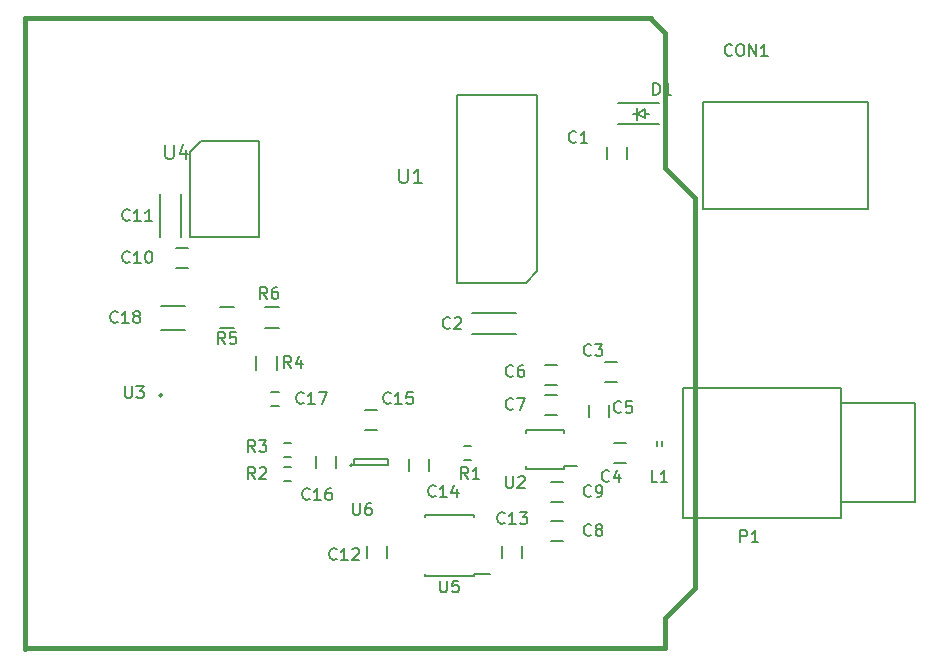
<source format=gbr>
G04 #@! TF.FileFunction,Legend,Top*
%FSLAX46Y46*%
G04 Gerber Fmt 4.6, Leading zero omitted, Abs format (unit mm)*
G04 Created by KiCad (PCBNEW 4.80~20160915-) date Sat Nov  5 18:07:46 2016*
%MOMM*%
%LPD*%
G01*
G04 APERTURE LIST*
%ADD10C,0.100000*%
%ADD11C,0.381000*%
%ADD12C,0.150000*%
%ADD13C,0.152400*%
%ADD14C,0.203200*%
G04 APERTURE END LIST*
D10*
D11*
X114670000Y-126846000D02*
X114670000Y-73546000D01*
X114670000Y-126796000D02*
X168870000Y-126796000D01*
X114670000Y-73446000D02*
X167720000Y-73446000D01*
X168910000Y-124206000D02*
X168910000Y-126746000D01*
X171450000Y-121666000D02*
X168910000Y-124206000D01*
X171450000Y-88646000D02*
X171450000Y-121666000D01*
X168910000Y-86106000D02*
X171450000Y-88646000D01*
X168910000Y-74676000D02*
X167640000Y-73406000D01*
X168910000Y-86106000D02*
X168910000Y-74676000D01*
D12*
X162472000Y-106180000D02*
X162472000Y-107180000D01*
X164172000Y-107180000D02*
X164172000Y-106180000D01*
X129639950Y-83807500D02*
X128639950Y-84807500D01*
X128639950Y-84807500D02*
X128639950Y-91960500D01*
X128639950Y-91960500D02*
X134504050Y-91960500D01*
X134504050Y-91960500D02*
X134504050Y-83807500D01*
X134504050Y-83807500D02*
X129639950Y-83807500D01*
X165696000Y-85336000D02*
X165696000Y-84336000D01*
X163996000Y-84336000D02*
X163996000Y-85336000D01*
X156286000Y-100214000D02*
X152586000Y-100214000D01*
X156286000Y-98414000D02*
X152586000Y-98414000D01*
X163838000Y-104228000D02*
X164838000Y-104228000D01*
X164838000Y-102528000D02*
X163838000Y-102528000D01*
X165600000Y-109386000D02*
X164600000Y-109386000D01*
X164600000Y-111086000D02*
X165600000Y-111086000D01*
X159758000Y-102782000D02*
X158758000Y-102782000D01*
X158758000Y-104482000D02*
X159758000Y-104482000D01*
X159758000Y-105322000D02*
X158758000Y-105322000D01*
X158758000Y-107022000D02*
X159758000Y-107022000D01*
X160266000Y-115990000D02*
X159266000Y-115990000D01*
X159266000Y-117690000D02*
X160266000Y-117690000D01*
X160266000Y-112688000D02*
X159266000Y-112688000D01*
X159266000Y-114388000D02*
X160266000Y-114388000D01*
X127516000Y-94576000D02*
X128516000Y-94576000D01*
X128516000Y-92876000D02*
X127516000Y-92876000D01*
X127900000Y-88316000D02*
X127900000Y-92016000D01*
X126100000Y-88316000D02*
X126100000Y-92016000D01*
X172082000Y-89582000D02*
X172082000Y-80582000D01*
X186082000Y-89582000D02*
X172082000Y-89582000D01*
X186082000Y-80582000D02*
X186082000Y-89582000D01*
X172082000Y-80582000D02*
X186082000Y-80582000D01*
X167195500Y-81534000D02*
X167576500Y-81534000D01*
X166179500Y-81534000D02*
X166560500Y-81534000D01*
X166560500Y-81534000D02*
X167195500Y-81153000D01*
X167195500Y-81153000D02*
X167195500Y-81915000D01*
X167195500Y-81915000D02*
X166560500Y-81534000D01*
X166560500Y-81026000D02*
X166560500Y-82042000D01*
X164878000Y-82434000D02*
X168418000Y-82434000D01*
X164878000Y-80634000D02*
X168418000Y-80634000D01*
X168622000Y-109274000D02*
X168622000Y-109674000D01*
X168182000Y-109674000D02*
X168182000Y-109274000D01*
X183822000Y-104736000D02*
X170422000Y-104736000D01*
X183822000Y-115736000D02*
X170422000Y-115736000D01*
X183822000Y-106036000D02*
X190022000Y-106036000D01*
X190022000Y-106036000D02*
X190022000Y-114436000D01*
X190022000Y-114436000D02*
X183822000Y-114436000D01*
X170442000Y-115736000D02*
X170422000Y-104736000D01*
X183822000Y-104736000D02*
X183822000Y-115736000D01*
D13*
X151846280Y-109636560D02*
X152445720Y-109636560D01*
X151846280Y-110835440D02*
X152445720Y-110835440D01*
X136606280Y-111414560D02*
X137205720Y-111414560D01*
X136606280Y-112613440D02*
X137205720Y-112613440D01*
X136606280Y-109382560D02*
X137205720Y-109382560D01*
X136606280Y-110581440D02*
X137205720Y-110581440D01*
D12*
X157091000Y-95834000D02*
X158091000Y-94834000D01*
X158091000Y-94834000D02*
X158091000Y-79934000D01*
X158091000Y-79934000D02*
X151281000Y-79934000D01*
X151281000Y-79934000D02*
X151281000Y-95834000D01*
X151281000Y-95834000D02*
X157091000Y-95834000D01*
X160375000Y-111607000D02*
X160375000Y-111382000D01*
X157125000Y-111607000D02*
X157125000Y-111382000D01*
X157125000Y-108357000D02*
X157125000Y-108582000D01*
X160375000Y-108357000D02*
X160375000Y-108582000D01*
X160375000Y-111607000D02*
X157125000Y-111607000D01*
X160375000Y-108357000D02*
X157125000Y-108357000D01*
X160375000Y-111382000D02*
X161450000Y-111382000D01*
D14*
X126354840Y-105384600D02*
G75*
G03X126354840Y-105384600I-142240J0D01*
G01*
D12*
X143676000Y-118118000D02*
X143676000Y-119118000D01*
X145376000Y-119118000D02*
X145376000Y-118118000D01*
X156806000Y-119118000D02*
X156806000Y-118118000D01*
X155106000Y-118118000D02*
X155106000Y-119118000D01*
X148932000Y-111752000D02*
X148932000Y-110752000D01*
X147232000Y-110752000D02*
X147232000Y-111752000D01*
X144518000Y-106592000D02*
X143518000Y-106592000D01*
X143518000Y-108292000D02*
X144518000Y-108292000D01*
X141058000Y-111498000D02*
X141058000Y-110498000D01*
X139358000Y-110498000D02*
X139358000Y-111498000D01*
X135540000Y-105064000D02*
X136240000Y-105064000D01*
X136240000Y-106264000D02*
X135540000Y-106264000D01*
X126254000Y-99831000D02*
X128254000Y-99831000D01*
X128254000Y-97781000D02*
X126254000Y-97781000D01*
X134253000Y-103216000D02*
X134253000Y-102016000D01*
X136003000Y-102016000D02*
X136003000Y-103216000D01*
X132426000Y-99681000D02*
X131226000Y-99681000D01*
X131226000Y-97931000D02*
X132426000Y-97931000D01*
X135036000Y-97931000D02*
X136236000Y-97931000D01*
X136236000Y-99681000D02*
X135036000Y-99681000D01*
X152697000Y-120685000D02*
X152697000Y-120540000D01*
X148547000Y-120685000D02*
X148547000Y-120540000D01*
X148547000Y-115535000D02*
X148547000Y-115680000D01*
X152697000Y-115535000D02*
X152697000Y-115680000D01*
X152697000Y-120685000D02*
X148547000Y-120685000D01*
X152697000Y-115535000D02*
X148547000Y-115535000D01*
X152697000Y-120540000D02*
X154097000Y-120540000D01*
X142418000Y-111298000D02*
G75*
G03X142418000Y-111298000I-100000J0D01*
G01*
X142568000Y-110748000D02*
X142568000Y-111248000D01*
X145468000Y-110748000D02*
X142568000Y-110748000D01*
X145468000Y-111248000D02*
X145468000Y-110748000D01*
X142568000Y-111248000D02*
X145468000Y-111248000D01*
X165187333Y-106783142D02*
X165139714Y-106830761D01*
X164996857Y-106878380D01*
X164901619Y-106878380D01*
X164758761Y-106830761D01*
X164663523Y-106735523D01*
X164615904Y-106640285D01*
X164568285Y-106449809D01*
X164568285Y-106306952D01*
X164615904Y-106116476D01*
X164663523Y-106021238D01*
X164758761Y-105926000D01*
X164901619Y-105878380D01*
X164996857Y-105878380D01*
X165139714Y-105926000D01*
X165187333Y-105973619D01*
X166092095Y-105878380D02*
X165615904Y-105878380D01*
X165568285Y-106354571D01*
X165615904Y-106306952D01*
X165711142Y-106259333D01*
X165949238Y-106259333D01*
X166044476Y-106306952D01*
X166092095Y-106354571D01*
X166139714Y-106449809D01*
X166139714Y-106687904D01*
X166092095Y-106783142D01*
X166044476Y-106830761D01*
X165949238Y-106878380D01*
X165711142Y-106878380D01*
X165615904Y-106830761D01*
X165568285Y-106783142D01*
X126593714Y-84178857D02*
X126593714Y-85150285D01*
X126650857Y-85264571D01*
X126708000Y-85321714D01*
X126822285Y-85378857D01*
X127050857Y-85378857D01*
X127165142Y-85321714D01*
X127222285Y-85264571D01*
X127279428Y-85150285D01*
X127279428Y-84178857D01*
X128365142Y-84578857D02*
X128365142Y-85378857D01*
X128079428Y-84121714D02*
X127793714Y-84978857D01*
X128536571Y-84978857D01*
X161377333Y-83923142D02*
X161329714Y-83970761D01*
X161186857Y-84018380D01*
X161091619Y-84018380D01*
X160948761Y-83970761D01*
X160853523Y-83875523D01*
X160805904Y-83780285D01*
X160758285Y-83589809D01*
X160758285Y-83446952D01*
X160805904Y-83256476D01*
X160853523Y-83161238D01*
X160948761Y-83066000D01*
X161091619Y-83018380D01*
X161186857Y-83018380D01*
X161329714Y-83066000D01*
X161377333Y-83113619D01*
X162329714Y-84018380D02*
X161758285Y-84018380D01*
X162044000Y-84018380D02*
X162044000Y-83018380D01*
X161948761Y-83161238D01*
X161853523Y-83256476D01*
X161758285Y-83304095D01*
X150709333Y-99671142D02*
X150661714Y-99718761D01*
X150518857Y-99766380D01*
X150423619Y-99766380D01*
X150280761Y-99718761D01*
X150185523Y-99623523D01*
X150137904Y-99528285D01*
X150090285Y-99337809D01*
X150090285Y-99194952D01*
X150137904Y-99004476D01*
X150185523Y-98909238D01*
X150280761Y-98814000D01*
X150423619Y-98766380D01*
X150518857Y-98766380D01*
X150661714Y-98814000D01*
X150709333Y-98861619D01*
X151090285Y-98861619D02*
X151137904Y-98814000D01*
X151233142Y-98766380D01*
X151471238Y-98766380D01*
X151566476Y-98814000D01*
X151614095Y-98861619D01*
X151661714Y-98956857D01*
X151661714Y-99052095D01*
X151614095Y-99194952D01*
X151042666Y-99766380D01*
X151661714Y-99766380D01*
X162647333Y-101957142D02*
X162599714Y-102004761D01*
X162456857Y-102052380D01*
X162361619Y-102052380D01*
X162218761Y-102004761D01*
X162123523Y-101909523D01*
X162075904Y-101814285D01*
X162028285Y-101623809D01*
X162028285Y-101480952D01*
X162075904Y-101290476D01*
X162123523Y-101195238D01*
X162218761Y-101100000D01*
X162361619Y-101052380D01*
X162456857Y-101052380D01*
X162599714Y-101100000D01*
X162647333Y-101147619D01*
X162980666Y-101052380D02*
X163599714Y-101052380D01*
X163266380Y-101433333D01*
X163409238Y-101433333D01*
X163504476Y-101480952D01*
X163552095Y-101528571D01*
X163599714Y-101623809D01*
X163599714Y-101861904D01*
X163552095Y-101957142D01*
X163504476Y-102004761D01*
X163409238Y-102052380D01*
X163123523Y-102052380D01*
X163028285Y-102004761D01*
X162980666Y-101957142D01*
X164171333Y-112625142D02*
X164123714Y-112672761D01*
X163980857Y-112720380D01*
X163885619Y-112720380D01*
X163742761Y-112672761D01*
X163647523Y-112577523D01*
X163599904Y-112482285D01*
X163552285Y-112291809D01*
X163552285Y-112148952D01*
X163599904Y-111958476D01*
X163647523Y-111863238D01*
X163742761Y-111768000D01*
X163885619Y-111720380D01*
X163980857Y-111720380D01*
X164123714Y-111768000D01*
X164171333Y-111815619D01*
X165028476Y-112053714D02*
X165028476Y-112720380D01*
X164790380Y-111672761D02*
X164552285Y-112387047D01*
X165171333Y-112387047D01*
X156043333Y-103735142D02*
X155995714Y-103782761D01*
X155852857Y-103830380D01*
X155757619Y-103830380D01*
X155614761Y-103782761D01*
X155519523Y-103687523D01*
X155471904Y-103592285D01*
X155424285Y-103401809D01*
X155424285Y-103258952D01*
X155471904Y-103068476D01*
X155519523Y-102973238D01*
X155614761Y-102878000D01*
X155757619Y-102830380D01*
X155852857Y-102830380D01*
X155995714Y-102878000D01*
X156043333Y-102925619D01*
X156900476Y-102830380D02*
X156710000Y-102830380D01*
X156614761Y-102878000D01*
X156567142Y-102925619D01*
X156471904Y-103068476D01*
X156424285Y-103258952D01*
X156424285Y-103639904D01*
X156471904Y-103735142D01*
X156519523Y-103782761D01*
X156614761Y-103830380D01*
X156805238Y-103830380D01*
X156900476Y-103782761D01*
X156948095Y-103735142D01*
X156995714Y-103639904D01*
X156995714Y-103401809D01*
X156948095Y-103306571D01*
X156900476Y-103258952D01*
X156805238Y-103211333D01*
X156614761Y-103211333D01*
X156519523Y-103258952D01*
X156471904Y-103306571D01*
X156424285Y-103401809D01*
X156043333Y-106529142D02*
X155995714Y-106576761D01*
X155852857Y-106624380D01*
X155757619Y-106624380D01*
X155614761Y-106576761D01*
X155519523Y-106481523D01*
X155471904Y-106386285D01*
X155424285Y-106195809D01*
X155424285Y-106052952D01*
X155471904Y-105862476D01*
X155519523Y-105767238D01*
X155614761Y-105672000D01*
X155757619Y-105624380D01*
X155852857Y-105624380D01*
X155995714Y-105672000D01*
X156043333Y-105719619D01*
X156376666Y-105624380D02*
X157043333Y-105624380D01*
X156614761Y-106624380D01*
X162647333Y-117197142D02*
X162599714Y-117244761D01*
X162456857Y-117292380D01*
X162361619Y-117292380D01*
X162218761Y-117244761D01*
X162123523Y-117149523D01*
X162075904Y-117054285D01*
X162028285Y-116863809D01*
X162028285Y-116720952D01*
X162075904Y-116530476D01*
X162123523Y-116435238D01*
X162218761Y-116340000D01*
X162361619Y-116292380D01*
X162456857Y-116292380D01*
X162599714Y-116340000D01*
X162647333Y-116387619D01*
X163218761Y-116720952D02*
X163123523Y-116673333D01*
X163075904Y-116625714D01*
X163028285Y-116530476D01*
X163028285Y-116482857D01*
X163075904Y-116387619D01*
X163123523Y-116340000D01*
X163218761Y-116292380D01*
X163409238Y-116292380D01*
X163504476Y-116340000D01*
X163552095Y-116387619D01*
X163599714Y-116482857D01*
X163599714Y-116530476D01*
X163552095Y-116625714D01*
X163504476Y-116673333D01*
X163409238Y-116720952D01*
X163218761Y-116720952D01*
X163123523Y-116768571D01*
X163075904Y-116816190D01*
X163028285Y-116911428D01*
X163028285Y-117101904D01*
X163075904Y-117197142D01*
X163123523Y-117244761D01*
X163218761Y-117292380D01*
X163409238Y-117292380D01*
X163504476Y-117244761D01*
X163552095Y-117197142D01*
X163599714Y-117101904D01*
X163599714Y-116911428D01*
X163552095Y-116816190D01*
X163504476Y-116768571D01*
X163409238Y-116720952D01*
X162647333Y-113895142D02*
X162599714Y-113942761D01*
X162456857Y-113990380D01*
X162361619Y-113990380D01*
X162218761Y-113942761D01*
X162123523Y-113847523D01*
X162075904Y-113752285D01*
X162028285Y-113561809D01*
X162028285Y-113418952D01*
X162075904Y-113228476D01*
X162123523Y-113133238D01*
X162218761Y-113038000D01*
X162361619Y-112990380D01*
X162456857Y-112990380D01*
X162599714Y-113038000D01*
X162647333Y-113085619D01*
X163123523Y-113990380D02*
X163314000Y-113990380D01*
X163409238Y-113942761D01*
X163456857Y-113895142D01*
X163552095Y-113752285D01*
X163599714Y-113561809D01*
X163599714Y-113180857D01*
X163552095Y-113085619D01*
X163504476Y-113038000D01*
X163409238Y-112990380D01*
X163218761Y-112990380D01*
X163123523Y-113038000D01*
X163075904Y-113085619D01*
X163028285Y-113180857D01*
X163028285Y-113418952D01*
X163075904Y-113514190D01*
X163123523Y-113561809D01*
X163218761Y-113609428D01*
X163409238Y-113609428D01*
X163504476Y-113561809D01*
X163552095Y-113514190D01*
X163599714Y-113418952D01*
X123563142Y-94083142D02*
X123515523Y-94130761D01*
X123372666Y-94178380D01*
X123277428Y-94178380D01*
X123134571Y-94130761D01*
X123039333Y-94035523D01*
X122991714Y-93940285D01*
X122944095Y-93749809D01*
X122944095Y-93606952D01*
X122991714Y-93416476D01*
X123039333Y-93321238D01*
X123134571Y-93226000D01*
X123277428Y-93178380D01*
X123372666Y-93178380D01*
X123515523Y-93226000D01*
X123563142Y-93273619D01*
X124515523Y-94178380D02*
X123944095Y-94178380D01*
X124229809Y-94178380D02*
X124229809Y-93178380D01*
X124134571Y-93321238D01*
X124039333Y-93416476D01*
X123944095Y-93464095D01*
X125134571Y-93178380D02*
X125229809Y-93178380D01*
X125325047Y-93226000D01*
X125372666Y-93273619D01*
X125420285Y-93368857D01*
X125467904Y-93559333D01*
X125467904Y-93797428D01*
X125420285Y-93987904D01*
X125372666Y-94083142D01*
X125325047Y-94130761D01*
X125229809Y-94178380D01*
X125134571Y-94178380D01*
X125039333Y-94130761D01*
X124991714Y-94083142D01*
X124944095Y-93987904D01*
X124896476Y-93797428D01*
X124896476Y-93559333D01*
X124944095Y-93368857D01*
X124991714Y-93273619D01*
X125039333Y-93226000D01*
X125134571Y-93178380D01*
X123563142Y-90527142D02*
X123515523Y-90574761D01*
X123372666Y-90622380D01*
X123277428Y-90622380D01*
X123134571Y-90574761D01*
X123039333Y-90479523D01*
X122991714Y-90384285D01*
X122944095Y-90193809D01*
X122944095Y-90050952D01*
X122991714Y-89860476D01*
X123039333Y-89765238D01*
X123134571Y-89670000D01*
X123277428Y-89622380D01*
X123372666Y-89622380D01*
X123515523Y-89670000D01*
X123563142Y-89717619D01*
X124515523Y-90622380D02*
X123944095Y-90622380D01*
X124229809Y-90622380D02*
X124229809Y-89622380D01*
X124134571Y-89765238D01*
X124039333Y-89860476D01*
X123944095Y-89908095D01*
X125467904Y-90622380D02*
X124896476Y-90622380D01*
X125182190Y-90622380D02*
X125182190Y-89622380D01*
X125086952Y-89765238D01*
X124991714Y-89860476D01*
X124896476Y-89908095D01*
X174553714Y-76557142D02*
X174506095Y-76604761D01*
X174363238Y-76652380D01*
X174268000Y-76652380D01*
X174125142Y-76604761D01*
X174029904Y-76509523D01*
X173982285Y-76414285D01*
X173934666Y-76223809D01*
X173934666Y-76080952D01*
X173982285Y-75890476D01*
X174029904Y-75795238D01*
X174125142Y-75700000D01*
X174268000Y-75652380D01*
X174363238Y-75652380D01*
X174506095Y-75700000D01*
X174553714Y-75747619D01*
X175172761Y-75652380D02*
X175363238Y-75652380D01*
X175458476Y-75700000D01*
X175553714Y-75795238D01*
X175601333Y-75985714D01*
X175601333Y-76319047D01*
X175553714Y-76509523D01*
X175458476Y-76604761D01*
X175363238Y-76652380D01*
X175172761Y-76652380D01*
X175077523Y-76604761D01*
X174982285Y-76509523D01*
X174934666Y-76319047D01*
X174934666Y-75985714D01*
X174982285Y-75795238D01*
X175077523Y-75700000D01*
X175172761Y-75652380D01*
X176029904Y-76652380D02*
X176029904Y-75652380D01*
X176601333Y-76652380D01*
X176601333Y-75652380D01*
X177601333Y-76652380D02*
X177029904Y-76652380D01*
X177315619Y-76652380D02*
X177315619Y-75652380D01*
X177220380Y-75795238D01*
X177125142Y-75890476D01*
X177029904Y-75938095D01*
X167917904Y-79954380D02*
X167917904Y-78954380D01*
X168156000Y-78954380D01*
X168298857Y-79002000D01*
X168394095Y-79097238D01*
X168441714Y-79192476D01*
X168489333Y-79382952D01*
X168489333Y-79525809D01*
X168441714Y-79716285D01*
X168394095Y-79811523D01*
X168298857Y-79906761D01*
X168156000Y-79954380D01*
X167917904Y-79954380D01*
X169441714Y-79954380D02*
X168870285Y-79954380D01*
X169156000Y-79954380D02*
X169156000Y-78954380D01*
X169060761Y-79097238D01*
X168965523Y-79192476D01*
X168870285Y-79240095D01*
X168235333Y-112720380D02*
X167759142Y-112720380D01*
X167759142Y-111720380D01*
X169092476Y-112720380D02*
X168521047Y-112720380D01*
X168806761Y-112720380D02*
X168806761Y-111720380D01*
X168711523Y-111863238D01*
X168616285Y-111958476D01*
X168521047Y-112006095D01*
X175283904Y-117800380D02*
X175283904Y-116800380D01*
X175664857Y-116800380D01*
X175760095Y-116848000D01*
X175807714Y-116895619D01*
X175855333Y-116990857D01*
X175855333Y-117133714D01*
X175807714Y-117228952D01*
X175760095Y-117276571D01*
X175664857Y-117324190D01*
X175283904Y-117324190D01*
X176807714Y-117800380D02*
X176236285Y-117800380D01*
X176522000Y-117800380D02*
X176522000Y-116800380D01*
X176426761Y-116943238D01*
X176331523Y-117038476D01*
X176236285Y-117086095D01*
X152233333Y-112466380D02*
X151900000Y-111990190D01*
X151661904Y-112466380D02*
X151661904Y-111466380D01*
X152042857Y-111466380D01*
X152138095Y-111514000D01*
X152185714Y-111561619D01*
X152233333Y-111656857D01*
X152233333Y-111799714D01*
X152185714Y-111894952D01*
X152138095Y-111942571D01*
X152042857Y-111990190D01*
X151661904Y-111990190D01*
X153185714Y-112466380D02*
X152614285Y-112466380D01*
X152900000Y-112466380D02*
X152900000Y-111466380D01*
X152804761Y-111609238D01*
X152709523Y-111704476D01*
X152614285Y-111752095D01*
X134199333Y-112466380D02*
X133866000Y-111990190D01*
X133627904Y-112466380D02*
X133627904Y-111466380D01*
X134008857Y-111466380D01*
X134104095Y-111514000D01*
X134151714Y-111561619D01*
X134199333Y-111656857D01*
X134199333Y-111799714D01*
X134151714Y-111894952D01*
X134104095Y-111942571D01*
X134008857Y-111990190D01*
X133627904Y-111990190D01*
X134580285Y-111561619D02*
X134627904Y-111514000D01*
X134723142Y-111466380D01*
X134961238Y-111466380D01*
X135056476Y-111514000D01*
X135104095Y-111561619D01*
X135151714Y-111656857D01*
X135151714Y-111752095D01*
X135104095Y-111894952D01*
X134532666Y-112466380D01*
X135151714Y-112466380D01*
X134199333Y-110180380D02*
X133866000Y-109704190D01*
X133627904Y-110180380D02*
X133627904Y-109180380D01*
X134008857Y-109180380D01*
X134104095Y-109228000D01*
X134151714Y-109275619D01*
X134199333Y-109370857D01*
X134199333Y-109513714D01*
X134151714Y-109608952D01*
X134104095Y-109656571D01*
X134008857Y-109704190D01*
X133627904Y-109704190D01*
X134532666Y-109180380D02*
X135151714Y-109180380D01*
X134818380Y-109561333D01*
X134961238Y-109561333D01*
X135056476Y-109608952D01*
X135104095Y-109656571D01*
X135151714Y-109751809D01*
X135151714Y-109989904D01*
X135104095Y-110085142D01*
X135056476Y-110132761D01*
X134961238Y-110180380D01*
X134675523Y-110180380D01*
X134580285Y-110132761D01*
X134532666Y-110085142D01*
X146405714Y-86210857D02*
X146405714Y-87182285D01*
X146462857Y-87296571D01*
X146520000Y-87353714D01*
X146634285Y-87410857D01*
X146862857Y-87410857D01*
X146977142Y-87353714D01*
X147034285Y-87296571D01*
X147091428Y-87182285D01*
X147091428Y-86210857D01*
X148291428Y-87410857D02*
X147605714Y-87410857D01*
X147948571Y-87410857D02*
X147948571Y-86210857D01*
X147834285Y-86382285D01*
X147720000Y-86496571D01*
X147605714Y-86553714D01*
X155448095Y-112228380D02*
X155448095Y-113037904D01*
X155495714Y-113133142D01*
X155543333Y-113180761D01*
X155638571Y-113228380D01*
X155829047Y-113228380D01*
X155924285Y-113180761D01*
X155971904Y-113133142D01*
X156019523Y-113037904D01*
X156019523Y-112228380D01*
X156448095Y-112323619D02*
X156495714Y-112276000D01*
X156590952Y-112228380D01*
X156829047Y-112228380D01*
X156924285Y-112276000D01*
X156971904Y-112323619D01*
X157019523Y-112418857D01*
X157019523Y-112514095D01*
X156971904Y-112656952D01*
X156400476Y-113228380D01*
X157019523Y-113228380D01*
X123190095Y-104608380D02*
X123190095Y-105417904D01*
X123237714Y-105513142D01*
X123285333Y-105560761D01*
X123380571Y-105608380D01*
X123571047Y-105608380D01*
X123666285Y-105560761D01*
X123713904Y-105513142D01*
X123761523Y-105417904D01*
X123761523Y-104608380D01*
X124142476Y-104608380D02*
X124761523Y-104608380D01*
X124428190Y-104989333D01*
X124571047Y-104989333D01*
X124666285Y-105036952D01*
X124713904Y-105084571D01*
X124761523Y-105179809D01*
X124761523Y-105417904D01*
X124713904Y-105513142D01*
X124666285Y-105560761D01*
X124571047Y-105608380D01*
X124285333Y-105608380D01*
X124190095Y-105560761D01*
X124142476Y-105513142D01*
X141089142Y-119229142D02*
X141041523Y-119276761D01*
X140898666Y-119324380D01*
X140803428Y-119324380D01*
X140660571Y-119276761D01*
X140565333Y-119181523D01*
X140517714Y-119086285D01*
X140470095Y-118895809D01*
X140470095Y-118752952D01*
X140517714Y-118562476D01*
X140565333Y-118467238D01*
X140660571Y-118372000D01*
X140803428Y-118324380D01*
X140898666Y-118324380D01*
X141041523Y-118372000D01*
X141089142Y-118419619D01*
X142041523Y-119324380D02*
X141470095Y-119324380D01*
X141755809Y-119324380D02*
X141755809Y-118324380D01*
X141660571Y-118467238D01*
X141565333Y-118562476D01*
X141470095Y-118610095D01*
X142422476Y-118419619D02*
X142470095Y-118372000D01*
X142565333Y-118324380D01*
X142803428Y-118324380D01*
X142898666Y-118372000D01*
X142946285Y-118419619D01*
X142993904Y-118514857D01*
X142993904Y-118610095D01*
X142946285Y-118752952D01*
X142374857Y-119324380D01*
X142993904Y-119324380D01*
X155313142Y-116181142D02*
X155265523Y-116228761D01*
X155122666Y-116276380D01*
X155027428Y-116276380D01*
X154884571Y-116228761D01*
X154789333Y-116133523D01*
X154741714Y-116038285D01*
X154694095Y-115847809D01*
X154694095Y-115704952D01*
X154741714Y-115514476D01*
X154789333Y-115419238D01*
X154884571Y-115324000D01*
X155027428Y-115276380D01*
X155122666Y-115276380D01*
X155265523Y-115324000D01*
X155313142Y-115371619D01*
X156265523Y-116276380D02*
X155694095Y-116276380D01*
X155979809Y-116276380D02*
X155979809Y-115276380D01*
X155884571Y-115419238D01*
X155789333Y-115514476D01*
X155694095Y-115562095D01*
X156598857Y-115276380D02*
X157217904Y-115276380D01*
X156884571Y-115657333D01*
X157027428Y-115657333D01*
X157122666Y-115704952D01*
X157170285Y-115752571D01*
X157217904Y-115847809D01*
X157217904Y-116085904D01*
X157170285Y-116181142D01*
X157122666Y-116228761D01*
X157027428Y-116276380D01*
X156741714Y-116276380D01*
X156646476Y-116228761D01*
X156598857Y-116181142D01*
X149471142Y-113895142D02*
X149423523Y-113942761D01*
X149280666Y-113990380D01*
X149185428Y-113990380D01*
X149042571Y-113942761D01*
X148947333Y-113847523D01*
X148899714Y-113752285D01*
X148852095Y-113561809D01*
X148852095Y-113418952D01*
X148899714Y-113228476D01*
X148947333Y-113133238D01*
X149042571Y-113038000D01*
X149185428Y-112990380D01*
X149280666Y-112990380D01*
X149423523Y-113038000D01*
X149471142Y-113085619D01*
X150423523Y-113990380D02*
X149852095Y-113990380D01*
X150137809Y-113990380D02*
X150137809Y-112990380D01*
X150042571Y-113133238D01*
X149947333Y-113228476D01*
X149852095Y-113276095D01*
X151280666Y-113323714D02*
X151280666Y-113990380D01*
X151042571Y-112942761D02*
X150804476Y-113657047D01*
X151423523Y-113657047D01*
X145661142Y-106021142D02*
X145613523Y-106068761D01*
X145470666Y-106116380D01*
X145375428Y-106116380D01*
X145232571Y-106068761D01*
X145137333Y-105973523D01*
X145089714Y-105878285D01*
X145042095Y-105687809D01*
X145042095Y-105544952D01*
X145089714Y-105354476D01*
X145137333Y-105259238D01*
X145232571Y-105164000D01*
X145375428Y-105116380D01*
X145470666Y-105116380D01*
X145613523Y-105164000D01*
X145661142Y-105211619D01*
X146613523Y-106116380D02*
X146042095Y-106116380D01*
X146327809Y-106116380D02*
X146327809Y-105116380D01*
X146232571Y-105259238D01*
X146137333Y-105354476D01*
X146042095Y-105402095D01*
X147518285Y-105116380D02*
X147042095Y-105116380D01*
X146994476Y-105592571D01*
X147042095Y-105544952D01*
X147137333Y-105497333D01*
X147375428Y-105497333D01*
X147470666Y-105544952D01*
X147518285Y-105592571D01*
X147565904Y-105687809D01*
X147565904Y-105925904D01*
X147518285Y-106021142D01*
X147470666Y-106068761D01*
X147375428Y-106116380D01*
X147137333Y-106116380D01*
X147042095Y-106068761D01*
X146994476Y-106021142D01*
X138803142Y-114149142D02*
X138755523Y-114196761D01*
X138612666Y-114244380D01*
X138517428Y-114244380D01*
X138374571Y-114196761D01*
X138279333Y-114101523D01*
X138231714Y-114006285D01*
X138184095Y-113815809D01*
X138184095Y-113672952D01*
X138231714Y-113482476D01*
X138279333Y-113387238D01*
X138374571Y-113292000D01*
X138517428Y-113244380D01*
X138612666Y-113244380D01*
X138755523Y-113292000D01*
X138803142Y-113339619D01*
X139755523Y-114244380D02*
X139184095Y-114244380D01*
X139469809Y-114244380D02*
X139469809Y-113244380D01*
X139374571Y-113387238D01*
X139279333Y-113482476D01*
X139184095Y-113530095D01*
X140612666Y-113244380D02*
X140422190Y-113244380D01*
X140326952Y-113292000D01*
X140279333Y-113339619D01*
X140184095Y-113482476D01*
X140136476Y-113672952D01*
X140136476Y-114053904D01*
X140184095Y-114149142D01*
X140231714Y-114196761D01*
X140326952Y-114244380D01*
X140517428Y-114244380D01*
X140612666Y-114196761D01*
X140660285Y-114149142D01*
X140707904Y-114053904D01*
X140707904Y-113815809D01*
X140660285Y-113720571D01*
X140612666Y-113672952D01*
X140517428Y-113625333D01*
X140326952Y-113625333D01*
X140231714Y-113672952D01*
X140184095Y-113720571D01*
X140136476Y-113815809D01*
X138295142Y-106021142D02*
X138247523Y-106068761D01*
X138104666Y-106116380D01*
X138009428Y-106116380D01*
X137866571Y-106068761D01*
X137771333Y-105973523D01*
X137723714Y-105878285D01*
X137676095Y-105687809D01*
X137676095Y-105544952D01*
X137723714Y-105354476D01*
X137771333Y-105259238D01*
X137866571Y-105164000D01*
X138009428Y-105116380D01*
X138104666Y-105116380D01*
X138247523Y-105164000D01*
X138295142Y-105211619D01*
X139247523Y-106116380D02*
X138676095Y-106116380D01*
X138961809Y-106116380D02*
X138961809Y-105116380D01*
X138866571Y-105259238D01*
X138771333Y-105354476D01*
X138676095Y-105402095D01*
X139580857Y-105116380D02*
X140247523Y-105116380D01*
X139818952Y-106116380D01*
X122547142Y-99163142D02*
X122499523Y-99210761D01*
X122356666Y-99258380D01*
X122261428Y-99258380D01*
X122118571Y-99210761D01*
X122023333Y-99115523D01*
X121975714Y-99020285D01*
X121928095Y-98829809D01*
X121928095Y-98686952D01*
X121975714Y-98496476D01*
X122023333Y-98401238D01*
X122118571Y-98306000D01*
X122261428Y-98258380D01*
X122356666Y-98258380D01*
X122499523Y-98306000D01*
X122547142Y-98353619D01*
X123499523Y-99258380D02*
X122928095Y-99258380D01*
X123213809Y-99258380D02*
X123213809Y-98258380D01*
X123118571Y-98401238D01*
X123023333Y-98496476D01*
X122928095Y-98544095D01*
X124070952Y-98686952D02*
X123975714Y-98639333D01*
X123928095Y-98591714D01*
X123880476Y-98496476D01*
X123880476Y-98448857D01*
X123928095Y-98353619D01*
X123975714Y-98306000D01*
X124070952Y-98258380D01*
X124261428Y-98258380D01*
X124356666Y-98306000D01*
X124404285Y-98353619D01*
X124451904Y-98448857D01*
X124451904Y-98496476D01*
X124404285Y-98591714D01*
X124356666Y-98639333D01*
X124261428Y-98686952D01*
X124070952Y-98686952D01*
X123975714Y-98734571D01*
X123928095Y-98782190D01*
X123880476Y-98877428D01*
X123880476Y-99067904D01*
X123928095Y-99163142D01*
X123975714Y-99210761D01*
X124070952Y-99258380D01*
X124261428Y-99258380D01*
X124356666Y-99210761D01*
X124404285Y-99163142D01*
X124451904Y-99067904D01*
X124451904Y-98877428D01*
X124404285Y-98782190D01*
X124356666Y-98734571D01*
X124261428Y-98686952D01*
X137247333Y-103068380D02*
X136914000Y-102592190D01*
X136675904Y-103068380D02*
X136675904Y-102068380D01*
X137056857Y-102068380D01*
X137152095Y-102116000D01*
X137199714Y-102163619D01*
X137247333Y-102258857D01*
X137247333Y-102401714D01*
X137199714Y-102496952D01*
X137152095Y-102544571D01*
X137056857Y-102592190D01*
X136675904Y-102592190D01*
X138104476Y-102401714D02*
X138104476Y-103068380D01*
X137866380Y-102020761D02*
X137628285Y-102735047D01*
X138247333Y-102735047D01*
X131659333Y-101036380D02*
X131326000Y-100560190D01*
X131087904Y-101036380D02*
X131087904Y-100036380D01*
X131468857Y-100036380D01*
X131564095Y-100084000D01*
X131611714Y-100131619D01*
X131659333Y-100226857D01*
X131659333Y-100369714D01*
X131611714Y-100464952D01*
X131564095Y-100512571D01*
X131468857Y-100560190D01*
X131087904Y-100560190D01*
X132564095Y-100036380D02*
X132087904Y-100036380D01*
X132040285Y-100512571D01*
X132087904Y-100464952D01*
X132183142Y-100417333D01*
X132421238Y-100417333D01*
X132516476Y-100464952D01*
X132564095Y-100512571D01*
X132611714Y-100607809D01*
X132611714Y-100845904D01*
X132564095Y-100941142D01*
X132516476Y-100988761D01*
X132421238Y-101036380D01*
X132183142Y-101036380D01*
X132087904Y-100988761D01*
X132040285Y-100941142D01*
X135215333Y-97226380D02*
X134882000Y-96750190D01*
X134643904Y-97226380D02*
X134643904Y-96226380D01*
X135024857Y-96226380D01*
X135120095Y-96274000D01*
X135167714Y-96321619D01*
X135215333Y-96416857D01*
X135215333Y-96559714D01*
X135167714Y-96654952D01*
X135120095Y-96702571D01*
X135024857Y-96750190D01*
X134643904Y-96750190D01*
X136072476Y-96226380D02*
X135882000Y-96226380D01*
X135786761Y-96274000D01*
X135739142Y-96321619D01*
X135643904Y-96464476D01*
X135596285Y-96654952D01*
X135596285Y-97035904D01*
X135643904Y-97131142D01*
X135691523Y-97178761D01*
X135786761Y-97226380D01*
X135977238Y-97226380D01*
X136072476Y-97178761D01*
X136120095Y-97131142D01*
X136167714Y-97035904D01*
X136167714Y-96797809D01*
X136120095Y-96702571D01*
X136072476Y-96654952D01*
X135977238Y-96607333D01*
X135786761Y-96607333D01*
X135691523Y-96654952D01*
X135643904Y-96702571D01*
X135596285Y-96797809D01*
X149860095Y-121062380D02*
X149860095Y-121871904D01*
X149907714Y-121967142D01*
X149955333Y-122014761D01*
X150050571Y-122062380D01*
X150241047Y-122062380D01*
X150336285Y-122014761D01*
X150383904Y-121967142D01*
X150431523Y-121871904D01*
X150431523Y-121062380D01*
X151383904Y-121062380D02*
X150907714Y-121062380D01*
X150860095Y-121538571D01*
X150907714Y-121490952D01*
X151002952Y-121443333D01*
X151241047Y-121443333D01*
X151336285Y-121490952D01*
X151383904Y-121538571D01*
X151431523Y-121633809D01*
X151431523Y-121871904D01*
X151383904Y-121967142D01*
X151336285Y-122014761D01*
X151241047Y-122062380D01*
X151002952Y-122062380D01*
X150907714Y-122014761D01*
X150860095Y-121967142D01*
X142494095Y-114514380D02*
X142494095Y-115323904D01*
X142541714Y-115419142D01*
X142589333Y-115466761D01*
X142684571Y-115514380D01*
X142875047Y-115514380D01*
X142970285Y-115466761D01*
X143017904Y-115419142D01*
X143065523Y-115323904D01*
X143065523Y-114514380D01*
X143970285Y-114514380D02*
X143779809Y-114514380D01*
X143684571Y-114562000D01*
X143636952Y-114609619D01*
X143541714Y-114752476D01*
X143494095Y-114942952D01*
X143494095Y-115323904D01*
X143541714Y-115419142D01*
X143589333Y-115466761D01*
X143684571Y-115514380D01*
X143875047Y-115514380D01*
X143970285Y-115466761D01*
X144017904Y-115419142D01*
X144065523Y-115323904D01*
X144065523Y-115085809D01*
X144017904Y-114990571D01*
X143970285Y-114942952D01*
X143875047Y-114895333D01*
X143684571Y-114895333D01*
X143589333Y-114942952D01*
X143541714Y-114990571D01*
X143494095Y-115085809D01*
M02*

</source>
